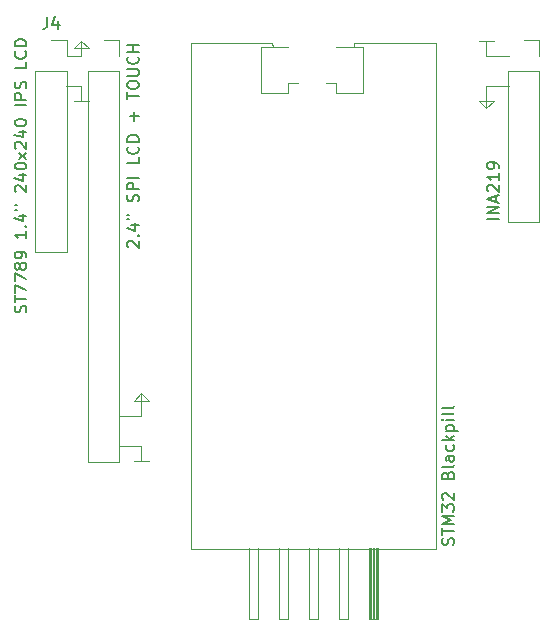
<source format=gbr>
G04 #@! TF.GenerationSoftware,KiCad,Pcbnew,(5.1.5)-2*
G04 #@! TF.CreationDate,2020-04-12T20:47:40+10:00*
G04 #@! TF.ProjectId,stm32-energymon,73746d33-322d-4656-9e65-7267796d6f6e,rev?*
G04 #@! TF.SameCoordinates,Original*
G04 #@! TF.FileFunction,Legend,Top*
G04 #@! TF.FilePolarity,Positive*
%FSLAX46Y46*%
G04 Gerber Fmt 4.6, Leading zero omitted, Abs format (unit mm)*
G04 Created by KiCad (PCBNEW (5.1.5)-2) date 2020-04-12 20:47:40*
%MOMM*%
%LPD*%
G04 APERTURE LIST*
%ADD10C,0.120000*%
%ADD11C,0.150000*%
G04 APERTURE END LIST*
D10*
X85725000Y-66675000D02*
X86995000Y-66675000D01*
X86360000Y-66675000D02*
X85725000Y-66675000D01*
X86360000Y-65405000D02*
X86360000Y-66675000D01*
X85090000Y-65405000D02*
X86360000Y-65405000D01*
X86995000Y-62230000D02*
X86360000Y-61595000D01*
X85725000Y-62230000D02*
X86995000Y-62230000D01*
X86360000Y-61595000D02*
X85725000Y-62230000D01*
X86360000Y-62865000D02*
X86360000Y-61595000D01*
X85150000Y-62865000D02*
X86360000Y-62865000D01*
D11*
X81684761Y-84572619D02*
X81732380Y-84429761D01*
X81732380Y-84191666D01*
X81684761Y-84096428D01*
X81637142Y-84048809D01*
X81541904Y-84001190D01*
X81446666Y-84001190D01*
X81351428Y-84048809D01*
X81303809Y-84096428D01*
X81256190Y-84191666D01*
X81208571Y-84382142D01*
X81160952Y-84477380D01*
X81113333Y-84525000D01*
X81018095Y-84572619D01*
X80922857Y-84572619D01*
X80827619Y-84525000D01*
X80780000Y-84477380D01*
X80732380Y-84382142D01*
X80732380Y-84144047D01*
X80780000Y-84001190D01*
X80732380Y-83715476D02*
X80732380Y-83144047D01*
X81732380Y-83429761D02*
X80732380Y-83429761D01*
X80732380Y-82905952D02*
X80732380Y-82239285D01*
X81732380Y-82667857D01*
X80732380Y-81953571D02*
X80732380Y-81286904D01*
X81732380Y-81715476D01*
X81160952Y-80763095D02*
X81113333Y-80858333D01*
X81065714Y-80905952D01*
X80970476Y-80953571D01*
X80922857Y-80953571D01*
X80827619Y-80905952D01*
X80780000Y-80858333D01*
X80732380Y-80763095D01*
X80732380Y-80572619D01*
X80780000Y-80477380D01*
X80827619Y-80429761D01*
X80922857Y-80382142D01*
X80970476Y-80382142D01*
X81065714Y-80429761D01*
X81113333Y-80477380D01*
X81160952Y-80572619D01*
X81160952Y-80763095D01*
X81208571Y-80858333D01*
X81256190Y-80905952D01*
X81351428Y-80953571D01*
X81541904Y-80953571D01*
X81637142Y-80905952D01*
X81684761Y-80858333D01*
X81732380Y-80763095D01*
X81732380Y-80572619D01*
X81684761Y-80477380D01*
X81637142Y-80429761D01*
X81541904Y-80382142D01*
X81351428Y-80382142D01*
X81256190Y-80429761D01*
X81208571Y-80477380D01*
X81160952Y-80572619D01*
X81732380Y-79905952D02*
X81732380Y-79715476D01*
X81684761Y-79620238D01*
X81637142Y-79572619D01*
X81494285Y-79477380D01*
X81303809Y-79429761D01*
X80922857Y-79429761D01*
X80827619Y-79477380D01*
X80780000Y-79525000D01*
X80732380Y-79620238D01*
X80732380Y-79810714D01*
X80780000Y-79905952D01*
X80827619Y-79953571D01*
X80922857Y-80001190D01*
X81160952Y-80001190D01*
X81256190Y-79953571D01*
X81303809Y-79905952D01*
X81351428Y-79810714D01*
X81351428Y-79620238D01*
X81303809Y-79525000D01*
X81256190Y-79477380D01*
X81160952Y-79429761D01*
X81732380Y-77715476D02*
X81732380Y-78286904D01*
X81732380Y-78001190D02*
X80732380Y-78001190D01*
X80875238Y-78096428D01*
X80970476Y-78191666D01*
X81018095Y-78286904D01*
X81637142Y-77286904D02*
X81684761Y-77239285D01*
X81732380Y-77286904D01*
X81684761Y-77334523D01*
X81637142Y-77286904D01*
X81732380Y-77286904D01*
X81065714Y-76382142D02*
X81732380Y-76382142D01*
X80684761Y-76620238D02*
X81399047Y-76858333D01*
X81399047Y-76239285D01*
X80732380Y-75905952D02*
X80922857Y-75905952D01*
X80732380Y-75525000D02*
X80922857Y-75525000D01*
X80827619Y-74382142D02*
X80780000Y-74334523D01*
X80732380Y-74239285D01*
X80732380Y-74001190D01*
X80780000Y-73905952D01*
X80827619Y-73858333D01*
X80922857Y-73810714D01*
X81018095Y-73810714D01*
X81160952Y-73858333D01*
X81732380Y-74429761D01*
X81732380Y-73810714D01*
X81065714Y-72953571D02*
X81732380Y-72953571D01*
X80684761Y-73191666D02*
X81399047Y-73429761D01*
X81399047Y-72810714D01*
X80732380Y-72239285D02*
X80732380Y-72144047D01*
X80780000Y-72048809D01*
X80827619Y-72001190D01*
X80922857Y-71953571D01*
X81113333Y-71905952D01*
X81351428Y-71905952D01*
X81541904Y-71953571D01*
X81637142Y-72001190D01*
X81684761Y-72048809D01*
X81732380Y-72144047D01*
X81732380Y-72239285D01*
X81684761Y-72334523D01*
X81637142Y-72382142D01*
X81541904Y-72429761D01*
X81351428Y-72477380D01*
X81113333Y-72477380D01*
X80922857Y-72429761D01*
X80827619Y-72382142D01*
X80780000Y-72334523D01*
X80732380Y-72239285D01*
X81732380Y-71572619D02*
X81065714Y-71048809D01*
X81065714Y-71572619D02*
X81732380Y-71048809D01*
X80827619Y-70715476D02*
X80780000Y-70667857D01*
X80732380Y-70572619D01*
X80732380Y-70334523D01*
X80780000Y-70239285D01*
X80827619Y-70191666D01*
X80922857Y-70144047D01*
X81018095Y-70144047D01*
X81160952Y-70191666D01*
X81732380Y-70763095D01*
X81732380Y-70144047D01*
X81065714Y-69286904D02*
X81732380Y-69286904D01*
X80684761Y-69525000D02*
X81399047Y-69763095D01*
X81399047Y-69144047D01*
X80732380Y-68572619D02*
X80732380Y-68477380D01*
X80780000Y-68382142D01*
X80827619Y-68334523D01*
X80922857Y-68286904D01*
X81113333Y-68239285D01*
X81351428Y-68239285D01*
X81541904Y-68286904D01*
X81637142Y-68334523D01*
X81684761Y-68382142D01*
X81732380Y-68477380D01*
X81732380Y-68572619D01*
X81684761Y-68667857D01*
X81637142Y-68715476D01*
X81541904Y-68763095D01*
X81351428Y-68810714D01*
X81113333Y-68810714D01*
X80922857Y-68763095D01*
X80827619Y-68715476D01*
X80780000Y-68667857D01*
X80732380Y-68572619D01*
X81732380Y-67048809D02*
X80732380Y-67048809D01*
X81732380Y-66572619D02*
X80732380Y-66572619D01*
X80732380Y-66191666D01*
X80780000Y-66096428D01*
X80827619Y-66048809D01*
X80922857Y-66001190D01*
X81065714Y-66001190D01*
X81160952Y-66048809D01*
X81208571Y-66096428D01*
X81256190Y-66191666D01*
X81256190Y-66572619D01*
X81684761Y-65620238D02*
X81732380Y-65477380D01*
X81732380Y-65239285D01*
X81684761Y-65144047D01*
X81637142Y-65096428D01*
X81541904Y-65048809D01*
X81446666Y-65048809D01*
X81351428Y-65096428D01*
X81303809Y-65144047D01*
X81256190Y-65239285D01*
X81208571Y-65429761D01*
X81160952Y-65525000D01*
X81113333Y-65572619D01*
X81018095Y-65620238D01*
X80922857Y-65620238D01*
X80827619Y-65572619D01*
X80780000Y-65525000D01*
X80732380Y-65429761D01*
X80732380Y-65191666D01*
X80780000Y-65048809D01*
X81732380Y-63382142D02*
X81732380Y-63858333D01*
X80732380Y-63858333D01*
X81637142Y-62477380D02*
X81684761Y-62525000D01*
X81732380Y-62667857D01*
X81732380Y-62763095D01*
X81684761Y-62905952D01*
X81589523Y-63001190D01*
X81494285Y-63048809D01*
X81303809Y-63096428D01*
X81160952Y-63096428D01*
X80970476Y-63048809D01*
X80875238Y-63001190D01*
X80780000Y-62905952D01*
X80732380Y-62763095D01*
X80732380Y-62667857D01*
X80780000Y-62525000D01*
X80827619Y-62477380D01*
X81732380Y-62048809D02*
X80732380Y-62048809D01*
X80732380Y-61810714D01*
X80780000Y-61667857D01*
X80875238Y-61572619D01*
X80970476Y-61525000D01*
X81160952Y-61477380D01*
X81303809Y-61477380D01*
X81494285Y-61525000D01*
X81589523Y-61572619D01*
X81684761Y-61667857D01*
X81732380Y-61810714D01*
X81732380Y-62048809D01*
X117879761Y-104258333D02*
X117927380Y-104115476D01*
X117927380Y-103877380D01*
X117879761Y-103782142D01*
X117832142Y-103734523D01*
X117736904Y-103686904D01*
X117641666Y-103686904D01*
X117546428Y-103734523D01*
X117498809Y-103782142D01*
X117451190Y-103877380D01*
X117403571Y-104067857D01*
X117355952Y-104163095D01*
X117308333Y-104210714D01*
X117213095Y-104258333D01*
X117117857Y-104258333D01*
X117022619Y-104210714D01*
X116975000Y-104163095D01*
X116927380Y-104067857D01*
X116927380Y-103829761D01*
X116975000Y-103686904D01*
X116927380Y-103401190D02*
X116927380Y-102829761D01*
X117927380Y-103115476D02*
X116927380Y-103115476D01*
X117927380Y-102496428D02*
X116927380Y-102496428D01*
X117641666Y-102163095D01*
X116927380Y-101829761D01*
X117927380Y-101829761D01*
X116927380Y-101448809D02*
X116927380Y-100829761D01*
X117308333Y-101163095D01*
X117308333Y-101020238D01*
X117355952Y-100925000D01*
X117403571Y-100877380D01*
X117498809Y-100829761D01*
X117736904Y-100829761D01*
X117832142Y-100877380D01*
X117879761Y-100925000D01*
X117927380Y-101020238D01*
X117927380Y-101305952D01*
X117879761Y-101401190D01*
X117832142Y-101448809D01*
X117022619Y-100448809D02*
X116975000Y-100401190D01*
X116927380Y-100305952D01*
X116927380Y-100067857D01*
X116975000Y-99972619D01*
X117022619Y-99925000D01*
X117117857Y-99877380D01*
X117213095Y-99877380D01*
X117355952Y-99925000D01*
X117927380Y-100496428D01*
X117927380Y-99877380D01*
X117403571Y-98353571D02*
X117451190Y-98210714D01*
X117498809Y-98163095D01*
X117594047Y-98115476D01*
X117736904Y-98115476D01*
X117832142Y-98163095D01*
X117879761Y-98210714D01*
X117927380Y-98305952D01*
X117927380Y-98686904D01*
X116927380Y-98686904D01*
X116927380Y-98353571D01*
X116975000Y-98258333D01*
X117022619Y-98210714D01*
X117117857Y-98163095D01*
X117213095Y-98163095D01*
X117308333Y-98210714D01*
X117355952Y-98258333D01*
X117403571Y-98353571D01*
X117403571Y-98686904D01*
X117927380Y-97544047D02*
X117879761Y-97639285D01*
X117784523Y-97686904D01*
X116927380Y-97686904D01*
X117927380Y-96734523D02*
X117403571Y-96734523D01*
X117308333Y-96782142D01*
X117260714Y-96877380D01*
X117260714Y-97067857D01*
X117308333Y-97163095D01*
X117879761Y-96734523D02*
X117927380Y-96829761D01*
X117927380Y-97067857D01*
X117879761Y-97163095D01*
X117784523Y-97210714D01*
X117689285Y-97210714D01*
X117594047Y-97163095D01*
X117546428Y-97067857D01*
X117546428Y-96829761D01*
X117498809Y-96734523D01*
X117879761Y-95829761D02*
X117927380Y-95925000D01*
X117927380Y-96115476D01*
X117879761Y-96210714D01*
X117832142Y-96258333D01*
X117736904Y-96305952D01*
X117451190Y-96305952D01*
X117355952Y-96258333D01*
X117308333Y-96210714D01*
X117260714Y-96115476D01*
X117260714Y-95925000D01*
X117308333Y-95829761D01*
X117927380Y-95401190D02*
X116927380Y-95401190D01*
X117546428Y-95305952D02*
X117927380Y-95020238D01*
X117260714Y-95020238D02*
X117641666Y-95401190D01*
X117260714Y-94591666D02*
X118260714Y-94591666D01*
X117308333Y-94591666D02*
X117260714Y-94496428D01*
X117260714Y-94305952D01*
X117308333Y-94210714D01*
X117355952Y-94163095D01*
X117451190Y-94115476D01*
X117736904Y-94115476D01*
X117832142Y-94163095D01*
X117879761Y-94210714D01*
X117927380Y-94305952D01*
X117927380Y-94496428D01*
X117879761Y-94591666D01*
X117927380Y-93686904D02*
X117260714Y-93686904D01*
X116927380Y-93686904D02*
X116975000Y-93734523D01*
X117022619Y-93686904D01*
X116975000Y-93639285D01*
X116927380Y-93686904D01*
X117022619Y-93686904D01*
X117927380Y-93067857D02*
X117879761Y-93163095D01*
X117784523Y-93210714D01*
X116927380Y-93210714D01*
X117927380Y-92544047D02*
X117879761Y-92639285D01*
X117784523Y-92686904D01*
X116927380Y-92686904D01*
X90352619Y-79080238D02*
X90305000Y-79032619D01*
X90257380Y-78937380D01*
X90257380Y-78699285D01*
X90305000Y-78604047D01*
X90352619Y-78556428D01*
X90447857Y-78508809D01*
X90543095Y-78508809D01*
X90685952Y-78556428D01*
X91257380Y-79127857D01*
X91257380Y-78508809D01*
X91162142Y-78080238D02*
X91209761Y-78032619D01*
X91257380Y-78080238D01*
X91209761Y-78127857D01*
X91162142Y-78080238D01*
X91257380Y-78080238D01*
X90590714Y-77175476D02*
X91257380Y-77175476D01*
X90209761Y-77413571D02*
X90924047Y-77651666D01*
X90924047Y-77032619D01*
X90257380Y-76699285D02*
X90447857Y-76699285D01*
X90257380Y-76318333D02*
X90447857Y-76318333D01*
X91209761Y-75175476D02*
X91257380Y-75032619D01*
X91257380Y-74794523D01*
X91209761Y-74699285D01*
X91162142Y-74651666D01*
X91066904Y-74604047D01*
X90971666Y-74604047D01*
X90876428Y-74651666D01*
X90828809Y-74699285D01*
X90781190Y-74794523D01*
X90733571Y-74985000D01*
X90685952Y-75080238D01*
X90638333Y-75127857D01*
X90543095Y-75175476D01*
X90447857Y-75175476D01*
X90352619Y-75127857D01*
X90305000Y-75080238D01*
X90257380Y-74985000D01*
X90257380Y-74746904D01*
X90305000Y-74604047D01*
X91257380Y-74175476D02*
X90257380Y-74175476D01*
X90257380Y-73794523D01*
X90305000Y-73699285D01*
X90352619Y-73651666D01*
X90447857Y-73604047D01*
X90590714Y-73604047D01*
X90685952Y-73651666D01*
X90733571Y-73699285D01*
X90781190Y-73794523D01*
X90781190Y-74175476D01*
X91257380Y-73175476D02*
X90257380Y-73175476D01*
X91257380Y-71461190D02*
X91257380Y-71937380D01*
X90257380Y-71937380D01*
X91162142Y-70556428D02*
X91209761Y-70604047D01*
X91257380Y-70746904D01*
X91257380Y-70842142D01*
X91209761Y-70985000D01*
X91114523Y-71080238D01*
X91019285Y-71127857D01*
X90828809Y-71175476D01*
X90685952Y-71175476D01*
X90495476Y-71127857D01*
X90400238Y-71080238D01*
X90305000Y-70985000D01*
X90257380Y-70842142D01*
X90257380Y-70746904D01*
X90305000Y-70604047D01*
X90352619Y-70556428D01*
X91257380Y-70127857D02*
X90257380Y-70127857D01*
X90257380Y-69889761D01*
X90305000Y-69746904D01*
X90400238Y-69651666D01*
X90495476Y-69604047D01*
X90685952Y-69556428D01*
X90828809Y-69556428D01*
X91019285Y-69604047D01*
X91114523Y-69651666D01*
X91209761Y-69746904D01*
X91257380Y-69889761D01*
X91257380Y-70127857D01*
X90876428Y-68365952D02*
X90876428Y-67604047D01*
X91257380Y-67985000D02*
X90495476Y-67985000D01*
X90257380Y-66508809D02*
X90257380Y-65937380D01*
X91257380Y-66223095D02*
X90257380Y-66223095D01*
X90257380Y-65413571D02*
X90257380Y-65223095D01*
X90305000Y-65127857D01*
X90400238Y-65032619D01*
X90590714Y-64985000D01*
X90924047Y-64985000D01*
X91114523Y-65032619D01*
X91209761Y-65127857D01*
X91257380Y-65223095D01*
X91257380Y-65413571D01*
X91209761Y-65508809D01*
X91114523Y-65604047D01*
X90924047Y-65651666D01*
X90590714Y-65651666D01*
X90400238Y-65604047D01*
X90305000Y-65508809D01*
X90257380Y-65413571D01*
X90257380Y-64556428D02*
X91066904Y-64556428D01*
X91162142Y-64508809D01*
X91209761Y-64461190D01*
X91257380Y-64365952D01*
X91257380Y-64175476D01*
X91209761Y-64080238D01*
X91162142Y-64032619D01*
X91066904Y-63985000D01*
X90257380Y-63985000D01*
X91162142Y-62937380D02*
X91209761Y-62985000D01*
X91257380Y-63127857D01*
X91257380Y-63223095D01*
X91209761Y-63365952D01*
X91114523Y-63461190D01*
X91019285Y-63508809D01*
X90828809Y-63556428D01*
X90685952Y-63556428D01*
X90495476Y-63508809D01*
X90400238Y-63461190D01*
X90305000Y-63365952D01*
X90257380Y-63223095D01*
X90257380Y-63127857D01*
X90305000Y-62985000D01*
X90352619Y-62937380D01*
X91257380Y-62508809D02*
X90257380Y-62508809D01*
X90733571Y-62508809D02*
X90733571Y-61937380D01*
X91257380Y-61937380D02*
X90257380Y-61937380D01*
X121737380Y-76675952D02*
X120737380Y-76675952D01*
X121737380Y-76199761D02*
X120737380Y-76199761D01*
X121737380Y-75628333D01*
X120737380Y-75628333D01*
X121451666Y-75199761D02*
X121451666Y-74723571D01*
X121737380Y-75295000D02*
X120737380Y-74961666D01*
X121737380Y-74628333D01*
X120832619Y-74342619D02*
X120785000Y-74295000D01*
X120737380Y-74199761D01*
X120737380Y-73961666D01*
X120785000Y-73866428D01*
X120832619Y-73818809D01*
X120927857Y-73771190D01*
X121023095Y-73771190D01*
X121165952Y-73818809D01*
X121737380Y-74390238D01*
X121737380Y-73771190D01*
X121737380Y-72818809D02*
X121737380Y-73390238D01*
X121737380Y-73104523D02*
X120737380Y-73104523D01*
X120880238Y-73199761D01*
X120975476Y-73295000D01*
X121023095Y-73390238D01*
X121737380Y-72342619D02*
X121737380Y-72152142D01*
X121689761Y-72056904D01*
X121642142Y-72009285D01*
X121499285Y-71914047D01*
X121308809Y-71866428D01*
X120927857Y-71866428D01*
X120832619Y-71914047D01*
X120785000Y-71961666D01*
X120737380Y-72056904D01*
X120737380Y-72247380D01*
X120785000Y-72342619D01*
X120832619Y-72390238D01*
X120927857Y-72437857D01*
X121165952Y-72437857D01*
X121261190Y-72390238D01*
X121308809Y-72342619D01*
X121356428Y-72247380D01*
X121356428Y-72056904D01*
X121308809Y-71961666D01*
X121261190Y-71914047D01*
X121165952Y-71866428D01*
D10*
X121285000Y-66675000D02*
X120650000Y-67310000D01*
X120015000Y-66675000D02*
X121285000Y-66675000D01*
X120650000Y-67310000D02*
X120015000Y-66675000D01*
X120650000Y-65405000D02*
X120650000Y-67310000D01*
X122555000Y-65405000D02*
X120650000Y-65405000D01*
X120015000Y-61595000D02*
X121285000Y-61595000D01*
X120650000Y-61595000D02*
X120015000Y-61595000D01*
X120650000Y-62865000D02*
X120650000Y-61595000D01*
X122555000Y-62865000D02*
X120650000Y-62865000D01*
X92075000Y-92075000D02*
X91440000Y-91440000D01*
X90805000Y-92075000D02*
X92075000Y-92075000D01*
X91440000Y-91440000D02*
X90805000Y-92075000D01*
X91440000Y-93345000D02*
X91440000Y-91440000D01*
X89535000Y-93345000D02*
X91440000Y-93345000D01*
X90805000Y-97155000D02*
X92075000Y-97155000D01*
X91440000Y-97155000D02*
X90805000Y-97155000D01*
X91440000Y-95885000D02*
X91440000Y-97155000D01*
X89535000Y-95885000D02*
X91440000Y-95885000D01*
X83820000Y-61535000D02*
X85150000Y-61535000D01*
X85150000Y-61535000D02*
X85150000Y-62865000D01*
X85150000Y-64135000D02*
X85150000Y-79435000D01*
X82490000Y-79435000D02*
X85150000Y-79435000D01*
X82490000Y-64135000D02*
X82490000Y-79435000D01*
X82490000Y-64135000D02*
X85150000Y-64135000D01*
X123825000Y-61535000D02*
X125155000Y-61535000D01*
X125155000Y-61535000D02*
X125155000Y-62865000D01*
X125155000Y-64135000D02*
X125155000Y-76895000D01*
X122495000Y-76895000D02*
X125155000Y-76895000D01*
X122495000Y-64135000D02*
X122495000Y-76895000D01*
X122495000Y-64135000D02*
X125155000Y-64135000D01*
X88265000Y-61535000D02*
X89595000Y-61535000D01*
X89595000Y-61535000D02*
X89595000Y-62865000D01*
X89595000Y-64135000D02*
X89595000Y-97215000D01*
X86935000Y-97215000D02*
X89595000Y-97215000D01*
X86935000Y-64135000D02*
X86935000Y-97215000D01*
X86935000Y-64135000D02*
X89595000Y-64135000D01*
X109483333Y-61765000D02*
X109449000Y-62103000D01*
X102556667Y-61765000D02*
X102591000Y-62103000D01*
X101591000Y-62103000D02*
X101591000Y-66023000D01*
X107901000Y-62103000D02*
X110211000Y-62103000D01*
X110211000Y-62103000D02*
X110211000Y-66023000D01*
X101591000Y-66023000D02*
X103861000Y-66023000D01*
X110211000Y-66023000D02*
X107941000Y-66023000D01*
X103901000Y-62103000D02*
X101591000Y-62103000D01*
X103861000Y-65193000D02*
X104691000Y-65193000D01*
X107941000Y-65193000D02*
X107941000Y-66023000D01*
X103861000Y-65193000D02*
X103861000Y-66023000D01*
X107941000Y-65193000D02*
X107111000Y-65193000D01*
X103100000Y-110557000D02*
X103100000Y-104557000D01*
X105640000Y-110557000D02*
X105640000Y-104557000D01*
X103860000Y-104557000D02*
X103860000Y-110557000D01*
X106400000Y-110557000D02*
X105640000Y-110557000D01*
X111480000Y-110557000D02*
X110720000Y-110557000D01*
X111300000Y-104557000D02*
X111300000Y-110557000D01*
X110940000Y-104557000D02*
X110940000Y-110557000D01*
X108180000Y-110557000D02*
X108180000Y-104557000D01*
X103860000Y-110557000D02*
X103100000Y-110557000D01*
X108940000Y-110557000D02*
X108180000Y-110557000D01*
X106400000Y-104557000D02*
X106400000Y-110557000D01*
X101320000Y-104557000D02*
X101320000Y-110557000D01*
X101320000Y-110557000D02*
X100560000Y-110557000D01*
X110820000Y-104557000D02*
X110820000Y-110557000D01*
X108940000Y-104557000D02*
X108940000Y-110557000D01*
X110720000Y-110557000D02*
X110720000Y-104557000D01*
X111060000Y-104557000D02*
X111060000Y-110557000D01*
X111180000Y-104557000D02*
X111180000Y-110557000D01*
X100560000Y-110557000D02*
X100560000Y-104557000D01*
X111480000Y-104557000D02*
X111480000Y-110557000D01*
X111420000Y-104557000D02*
X111420000Y-110557000D01*
X102556667Y-61765000D02*
X95630001Y-61765000D01*
X116410000Y-61765000D02*
X109483333Y-61765000D01*
X116409999Y-104605000D02*
X116410000Y-61765000D01*
X95630000Y-104605000D02*
X116409999Y-104605000D01*
X95630001Y-61765000D02*
X95630000Y-104605000D01*
D11*
X83486666Y-59547380D02*
X83486666Y-60261666D01*
X83439047Y-60404523D01*
X83343809Y-60499761D01*
X83200952Y-60547380D01*
X83105714Y-60547380D01*
X84391428Y-59880714D02*
X84391428Y-60547380D01*
X84153333Y-59499761D02*
X83915238Y-60214047D01*
X84534285Y-60214047D01*
M02*

</source>
